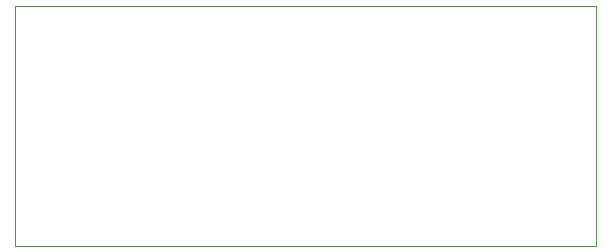
<source format=gbp>
G04 EAGLE Gerber RS-274X export*
G75*
%MOMM*%
%FSLAX34Y34*%
%LPD*%
%INSolder paste bottom*%
%IPPOS*%
%AMOC8*
5,1,8,0,0,1.08239X$1,22.5*%
G01*
%ADD10C,0.000000*%


D10*
X0Y0D02*
X492000Y0D01*
X492000Y203200D01*
X0Y203200D01*
X0Y0D01*
M02*

</source>
